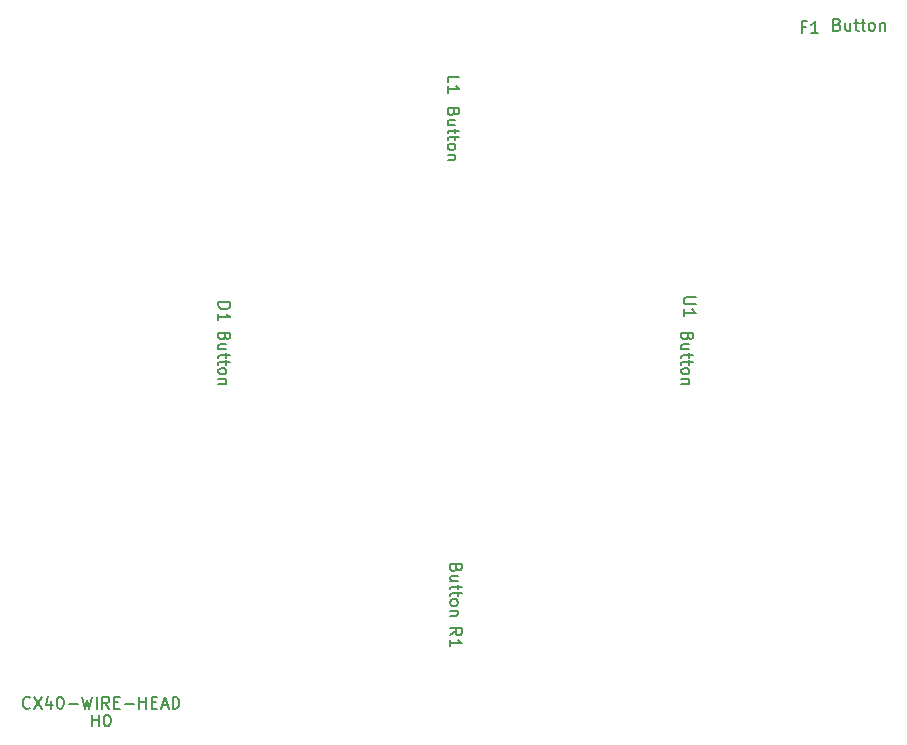
<source format=gbr>
%TF.GenerationSoftware,KiCad,Pcbnew,6.0.2+dfsg-1*%
%TF.CreationDate,2022-10-15T23:12:04-07:00*%
%TF.ProjectId,CX40-Replacement,43583430-2d52-4657-906c-6163656d656e,rev?*%
%TF.SameCoordinates,Original*%
%TF.FileFunction,AssemblyDrawing,Top*%
%FSLAX46Y46*%
G04 Gerber Fmt 4.6, Leading zero omitted, Abs format (unit mm)*
G04 Created by KiCad (PCBNEW 6.0.2+dfsg-1) date 2022-10-15 23:12:04*
%MOMM*%
%LPD*%
G01*
G04 APERTURE LIST*
%ADD10C,0.150000*%
G04 APERTURE END LIST*
D10*
%TO.C,L1*%
X149871428Y-86942857D02*
X149823809Y-87085714D01*
X149776190Y-87133333D01*
X149680952Y-87180952D01*
X149538095Y-87180952D01*
X149442857Y-87133333D01*
X149395238Y-87085714D01*
X149347619Y-86990476D01*
X149347619Y-86609523D01*
X150347619Y-86609523D01*
X150347619Y-86942857D01*
X150300000Y-87038095D01*
X150252380Y-87085714D01*
X150157142Y-87133333D01*
X150061904Y-87133333D01*
X149966666Y-87085714D01*
X149919047Y-87038095D01*
X149871428Y-86942857D01*
X149871428Y-86609523D01*
X150014285Y-88038095D02*
X149347619Y-88038095D01*
X150014285Y-87609523D02*
X149490476Y-87609523D01*
X149395238Y-87657142D01*
X149347619Y-87752380D01*
X149347619Y-87895238D01*
X149395238Y-87990476D01*
X149442857Y-88038095D01*
X150014285Y-88371428D02*
X150014285Y-88752380D01*
X150347619Y-88514285D02*
X149490476Y-88514285D01*
X149395238Y-88561904D01*
X149347619Y-88657142D01*
X149347619Y-88752380D01*
X150014285Y-88942857D02*
X150014285Y-89323809D01*
X150347619Y-89085714D02*
X149490476Y-89085714D01*
X149395238Y-89133333D01*
X149347619Y-89228571D01*
X149347619Y-89323809D01*
X149347619Y-89800000D02*
X149395238Y-89704761D01*
X149442857Y-89657142D01*
X149538095Y-89609523D01*
X149823809Y-89609523D01*
X149919047Y-89657142D01*
X149966666Y-89704761D01*
X150014285Y-89800000D01*
X150014285Y-89942857D01*
X149966666Y-90038095D01*
X149919047Y-90085714D01*
X149823809Y-90133333D01*
X149538095Y-90133333D01*
X149442857Y-90085714D01*
X149395238Y-90038095D01*
X149347619Y-89942857D01*
X149347619Y-89800000D01*
X150014285Y-90561904D02*
X149347619Y-90561904D01*
X149919047Y-90561904D02*
X149966666Y-90609523D01*
X150014285Y-90704761D01*
X150014285Y-90847619D01*
X149966666Y-90942857D01*
X149871428Y-90990476D01*
X149347619Y-90990476D01*
X149347619Y-84433333D02*
X149347619Y-83957142D01*
X150347619Y-83957142D01*
X149347619Y-85290476D02*
X149347619Y-84719047D01*
X149347619Y-85004761D02*
X150347619Y-85004761D01*
X150204761Y-84909523D01*
X150109523Y-84814285D01*
X150061904Y-84719047D01*
%TO.C,U1*%
X169671428Y-105942857D02*
X169623809Y-106085714D01*
X169576190Y-106133333D01*
X169480952Y-106180952D01*
X169338095Y-106180952D01*
X169242857Y-106133333D01*
X169195238Y-106085714D01*
X169147619Y-105990476D01*
X169147619Y-105609523D01*
X170147619Y-105609523D01*
X170147619Y-105942857D01*
X170100000Y-106038095D01*
X170052380Y-106085714D01*
X169957142Y-106133333D01*
X169861904Y-106133333D01*
X169766666Y-106085714D01*
X169719047Y-106038095D01*
X169671428Y-105942857D01*
X169671428Y-105609523D01*
X169814285Y-107038095D02*
X169147619Y-107038095D01*
X169814285Y-106609523D02*
X169290476Y-106609523D01*
X169195238Y-106657142D01*
X169147619Y-106752380D01*
X169147619Y-106895238D01*
X169195238Y-106990476D01*
X169242857Y-107038095D01*
X169814285Y-107371428D02*
X169814285Y-107752380D01*
X170147619Y-107514285D02*
X169290476Y-107514285D01*
X169195238Y-107561904D01*
X169147619Y-107657142D01*
X169147619Y-107752380D01*
X169814285Y-107942857D02*
X169814285Y-108323809D01*
X170147619Y-108085714D02*
X169290476Y-108085714D01*
X169195238Y-108133333D01*
X169147619Y-108228571D01*
X169147619Y-108323809D01*
X169147619Y-108800000D02*
X169195238Y-108704761D01*
X169242857Y-108657142D01*
X169338095Y-108609523D01*
X169623809Y-108609523D01*
X169719047Y-108657142D01*
X169766666Y-108704761D01*
X169814285Y-108800000D01*
X169814285Y-108942857D01*
X169766666Y-109038095D01*
X169719047Y-109085714D01*
X169623809Y-109133333D01*
X169338095Y-109133333D01*
X169242857Y-109085714D01*
X169195238Y-109038095D01*
X169147619Y-108942857D01*
X169147619Y-108800000D01*
X169814285Y-109561904D02*
X169147619Y-109561904D01*
X169719047Y-109561904D02*
X169766666Y-109609523D01*
X169814285Y-109704761D01*
X169814285Y-109847619D01*
X169766666Y-109942857D01*
X169671428Y-109990476D01*
X169147619Y-109990476D01*
X170347619Y-102638095D02*
X169538095Y-102638095D01*
X169442857Y-102685714D01*
X169395238Y-102733333D01*
X169347619Y-102828571D01*
X169347619Y-103019047D01*
X169395238Y-103114285D01*
X169442857Y-103161904D01*
X169538095Y-103209523D01*
X170347619Y-103209523D01*
X169347619Y-104209523D02*
X169347619Y-103638095D01*
X169347619Y-103923809D02*
X170347619Y-103923809D01*
X170204761Y-103828571D01*
X170109523Y-103733333D01*
X170061904Y-103638095D01*
%TO.C,H0*%
X113976190Y-137357142D02*
X113928571Y-137404761D01*
X113785714Y-137452380D01*
X113690476Y-137452380D01*
X113547619Y-137404761D01*
X113452380Y-137309523D01*
X113404761Y-137214285D01*
X113357142Y-137023809D01*
X113357142Y-136880952D01*
X113404761Y-136690476D01*
X113452380Y-136595238D01*
X113547619Y-136500000D01*
X113690476Y-136452380D01*
X113785714Y-136452380D01*
X113928571Y-136500000D01*
X113976190Y-136547619D01*
X114309523Y-136452380D02*
X114976190Y-137452380D01*
X114976190Y-136452380D02*
X114309523Y-137452380D01*
X115785714Y-136785714D02*
X115785714Y-137452380D01*
X115547619Y-136404761D02*
X115309523Y-137119047D01*
X115928571Y-137119047D01*
X116500000Y-136452380D02*
X116595238Y-136452380D01*
X116690476Y-136500000D01*
X116738095Y-136547619D01*
X116785714Y-136642857D01*
X116833333Y-136833333D01*
X116833333Y-137071428D01*
X116785714Y-137261904D01*
X116738095Y-137357142D01*
X116690476Y-137404761D01*
X116595238Y-137452380D01*
X116500000Y-137452380D01*
X116404761Y-137404761D01*
X116357142Y-137357142D01*
X116309523Y-137261904D01*
X116261904Y-137071428D01*
X116261904Y-136833333D01*
X116309523Y-136642857D01*
X116357142Y-136547619D01*
X116404761Y-136500000D01*
X116500000Y-136452380D01*
X117261904Y-137071428D02*
X118023809Y-137071428D01*
X118404761Y-136452380D02*
X118642857Y-137452380D01*
X118833333Y-136738095D01*
X119023809Y-137452380D01*
X119261904Y-136452380D01*
X119642857Y-137452380D02*
X119642857Y-136452380D01*
X120690476Y-137452380D02*
X120357142Y-136976190D01*
X120119047Y-137452380D02*
X120119047Y-136452380D01*
X120500000Y-136452380D01*
X120595238Y-136500000D01*
X120642857Y-136547619D01*
X120690476Y-136642857D01*
X120690476Y-136785714D01*
X120642857Y-136880952D01*
X120595238Y-136928571D01*
X120500000Y-136976190D01*
X120119047Y-136976190D01*
X121119047Y-136928571D02*
X121452380Y-136928571D01*
X121595238Y-137452380D02*
X121119047Y-137452380D01*
X121119047Y-136452380D01*
X121595238Y-136452380D01*
X122023809Y-137071428D02*
X122785714Y-137071428D01*
X123261904Y-137452380D02*
X123261904Y-136452380D01*
X123261904Y-136928571D02*
X123833333Y-136928571D01*
X123833333Y-137452380D02*
X123833333Y-136452380D01*
X124309523Y-136928571D02*
X124642857Y-136928571D01*
X124785714Y-137452380D02*
X124309523Y-137452380D01*
X124309523Y-136452380D01*
X124785714Y-136452380D01*
X125166666Y-137166666D02*
X125642857Y-137166666D01*
X125071428Y-137452380D02*
X125404761Y-136452380D01*
X125738095Y-137452380D01*
X126071428Y-137452380D02*
X126071428Y-136452380D01*
X126309523Y-136452380D01*
X126452380Y-136500000D01*
X126547619Y-136595238D01*
X126595238Y-136690476D01*
X126642857Y-136880952D01*
X126642857Y-137023809D01*
X126595238Y-137214285D01*
X126547619Y-137309523D01*
X126452380Y-137404761D01*
X126309523Y-137452380D01*
X126071428Y-137452380D01*
X119238095Y-138952380D02*
X119238095Y-137952380D01*
X119238095Y-138428571D02*
X119809523Y-138428571D01*
X119809523Y-138952380D02*
X119809523Y-137952380D01*
X120476190Y-137952380D02*
X120571428Y-137952380D01*
X120666666Y-138000000D01*
X120714285Y-138047619D01*
X120761904Y-138142857D01*
X120809523Y-138333333D01*
X120809523Y-138571428D01*
X120761904Y-138761904D01*
X120714285Y-138857142D01*
X120666666Y-138904761D01*
X120571428Y-138952380D01*
X120476190Y-138952380D01*
X120380952Y-138904761D01*
X120333333Y-138857142D01*
X120285714Y-138761904D01*
X120238095Y-138571428D01*
X120238095Y-138333333D01*
X120285714Y-138142857D01*
X120333333Y-138047619D01*
X120380952Y-138000000D01*
X120476190Y-137952380D01*
%TO.C,F1*%
X182342857Y-79528571D02*
X182485714Y-79576190D01*
X182533333Y-79623809D01*
X182580952Y-79719047D01*
X182580952Y-79861904D01*
X182533333Y-79957142D01*
X182485714Y-80004761D01*
X182390476Y-80052380D01*
X182009523Y-80052380D01*
X182009523Y-79052380D01*
X182342857Y-79052380D01*
X182438095Y-79100000D01*
X182485714Y-79147619D01*
X182533333Y-79242857D01*
X182533333Y-79338095D01*
X182485714Y-79433333D01*
X182438095Y-79480952D01*
X182342857Y-79528571D01*
X182009523Y-79528571D01*
X183438095Y-79385714D02*
X183438095Y-80052380D01*
X183009523Y-79385714D02*
X183009523Y-79909523D01*
X183057142Y-80004761D01*
X183152380Y-80052380D01*
X183295238Y-80052380D01*
X183390476Y-80004761D01*
X183438095Y-79957142D01*
X183771428Y-79385714D02*
X184152380Y-79385714D01*
X183914285Y-79052380D02*
X183914285Y-79909523D01*
X183961904Y-80004761D01*
X184057142Y-80052380D01*
X184152380Y-80052380D01*
X184342857Y-79385714D02*
X184723809Y-79385714D01*
X184485714Y-79052380D02*
X184485714Y-79909523D01*
X184533333Y-80004761D01*
X184628571Y-80052380D01*
X184723809Y-80052380D01*
X185200000Y-80052380D02*
X185104761Y-80004761D01*
X185057142Y-79957142D01*
X185009523Y-79861904D01*
X185009523Y-79576190D01*
X185057142Y-79480952D01*
X185104761Y-79433333D01*
X185200000Y-79385714D01*
X185342857Y-79385714D01*
X185438095Y-79433333D01*
X185485714Y-79480952D01*
X185533333Y-79576190D01*
X185533333Y-79861904D01*
X185485714Y-79957142D01*
X185438095Y-80004761D01*
X185342857Y-80052380D01*
X185200000Y-80052380D01*
X185961904Y-79385714D02*
X185961904Y-80052380D01*
X185961904Y-79480952D02*
X186009523Y-79433333D01*
X186104761Y-79385714D01*
X186247619Y-79385714D01*
X186342857Y-79433333D01*
X186390476Y-79528571D01*
X186390476Y-80052380D01*
X179666666Y-79728571D02*
X179333333Y-79728571D01*
X179333333Y-80252380D02*
X179333333Y-79252380D01*
X179809523Y-79252380D01*
X180714285Y-80252380D02*
X180142857Y-80252380D01*
X180428571Y-80252380D02*
X180428571Y-79252380D01*
X180333333Y-79395238D01*
X180238095Y-79490476D01*
X180142857Y-79538095D01*
%TO.C,D1*%
X130471428Y-105942857D02*
X130423809Y-106085714D01*
X130376190Y-106133333D01*
X130280952Y-106180952D01*
X130138095Y-106180952D01*
X130042857Y-106133333D01*
X129995238Y-106085714D01*
X129947619Y-105990476D01*
X129947619Y-105609523D01*
X130947619Y-105609523D01*
X130947619Y-105942857D01*
X130900000Y-106038095D01*
X130852380Y-106085714D01*
X130757142Y-106133333D01*
X130661904Y-106133333D01*
X130566666Y-106085714D01*
X130519047Y-106038095D01*
X130471428Y-105942857D01*
X130471428Y-105609523D01*
X130614285Y-107038095D02*
X129947619Y-107038095D01*
X130614285Y-106609523D02*
X130090476Y-106609523D01*
X129995238Y-106657142D01*
X129947619Y-106752380D01*
X129947619Y-106895238D01*
X129995238Y-106990476D01*
X130042857Y-107038095D01*
X130614285Y-107371428D02*
X130614285Y-107752380D01*
X130947619Y-107514285D02*
X130090476Y-107514285D01*
X129995238Y-107561904D01*
X129947619Y-107657142D01*
X129947619Y-107752380D01*
X130614285Y-107942857D02*
X130614285Y-108323809D01*
X130947619Y-108085714D02*
X130090476Y-108085714D01*
X129995238Y-108133333D01*
X129947619Y-108228571D01*
X129947619Y-108323809D01*
X129947619Y-108800000D02*
X129995238Y-108704761D01*
X130042857Y-108657142D01*
X130138095Y-108609523D01*
X130423809Y-108609523D01*
X130519047Y-108657142D01*
X130566666Y-108704761D01*
X130614285Y-108800000D01*
X130614285Y-108942857D01*
X130566666Y-109038095D01*
X130519047Y-109085714D01*
X130423809Y-109133333D01*
X130138095Y-109133333D01*
X130042857Y-109085714D01*
X129995238Y-109038095D01*
X129947619Y-108942857D01*
X129947619Y-108800000D01*
X130614285Y-109561904D02*
X129947619Y-109561904D01*
X130519047Y-109561904D02*
X130566666Y-109609523D01*
X130614285Y-109704761D01*
X130614285Y-109847619D01*
X130566666Y-109942857D01*
X130471428Y-109990476D01*
X129947619Y-109990476D01*
X129947619Y-103061904D02*
X130947619Y-103061904D01*
X130947619Y-103300000D01*
X130900000Y-103442857D01*
X130804761Y-103538095D01*
X130709523Y-103585714D01*
X130519047Y-103633333D01*
X130376190Y-103633333D01*
X130185714Y-103585714D01*
X130090476Y-103538095D01*
X129995238Y-103442857D01*
X129947619Y-103300000D01*
X129947619Y-103061904D01*
X129947619Y-104585714D02*
X129947619Y-104014285D01*
X129947619Y-104300000D02*
X130947619Y-104300000D01*
X130804761Y-104204761D01*
X130709523Y-104109523D01*
X130661904Y-104014285D01*
%TO.C,R1*%
X150071428Y-125542857D02*
X150023809Y-125685714D01*
X149976190Y-125733333D01*
X149880952Y-125780952D01*
X149738095Y-125780952D01*
X149642857Y-125733333D01*
X149595238Y-125685714D01*
X149547619Y-125590476D01*
X149547619Y-125209523D01*
X150547619Y-125209523D01*
X150547619Y-125542857D01*
X150500000Y-125638095D01*
X150452380Y-125685714D01*
X150357142Y-125733333D01*
X150261904Y-125733333D01*
X150166666Y-125685714D01*
X150119047Y-125638095D01*
X150071428Y-125542857D01*
X150071428Y-125209523D01*
X150214285Y-126638095D02*
X149547619Y-126638095D01*
X150214285Y-126209523D02*
X149690476Y-126209523D01*
X149595238Y-126257142D01*
X149547619Y-126352380D01*
X149547619Y-126495238D01*
X149595238Y-126590476D01*
X149642857Y-126638095D01*
X150214285Y-126971428D02*
X150214285Y-127352380D01*
X150547619Y-127114285D02*
X149690476Y-127114285D01*
X149595238Y-127161904D01*
X149547619Y-127257142D01*
X149547619Y-127352380D01*
X150214285Y-127542857D02*
X150214285Y-127923809D01*
X150547619Y-127685714D02*
X149690476Y-127685714D01*
X149595238Y-127733333D01*
X149547619Y-127828571D01*
X149547619Y-127923809D01*
X149547619Y-128400000D02*
X149595238Y-128304761D01*
X149642857Y-128257142D01*
X149738095Y-128209523D01*
X150023809Y-128209523D01*
X150119047Y-128257142D01*
X150166666Y-128304761D01*
X150214285Y-128400000D01*
X150214285Y-128542857D01*
X150166666Y-128638095D01*
X150119047Y-128685714D01*
X150023809Y-128733333D01*
X149738095Y-128733333D01*
X149642857Y-128685714D01*
X149595238Y-128638095D01*
X149547619Y-128542857D01*
X149547619Y-128400000D01*
X150214285Y-129161904D02*
X149547619Y-129161904D01*
X150119047Y-129161904D02*
X150166666Y-129209523D01*
X150214285Y-129304761D01*
X150214285Y-129447619D01*
X150166666Y-129542857D01*
X150071428Y-129590476D01*
X149547619Y-129590476D01*
X149547619Y-131233333D02*
X150023809Y-130900000D01*
X149547619Y-130661904D02*
X150547619Y-130661904D01*
X150547619Y-131042857D01*
X150500000Y-131138095D01*
X150452380Y-131185714D01*
X150357142Y-131233333D01*
X150214285Y-131233333D01*
X150119047Y-131185714D01*
X150071428Y-131138095D01*
X150023809Y-131042857D01*
X150023809Y-130661904D01*
X149547619Y-132185714D02*
X149547619Y-131614285D01*
X149547619Y-131900000D02*
X150547619Y-131900000D01*
X150404761Y-131804761D01*
X150309523Y-131709523D01*
X150261904Y-131614285D01*
%TD*%
M02*

</source>
